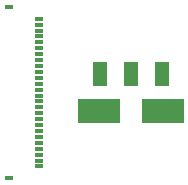
<source format=gbp>
G04*
G04 #@! TF.GenerationSoftware,Altium Limited,Altium Designer,23.10.1 (27)*
G04*
G04 Layer_Color=128*
%FSLAX25Y25*%
%MOIN*%
G70*
G04*
G04 #@! TF.SameCoordinates,C1A9210B-CA7C-4178-8FF3-1732785E61EF*
G04*
G04*
G04 #@! TF.FilePolarity,Positive*
G04*
G01*
G75*
%ADD12R,0.14173X0.07874*%
%ADD15R,0.03150X0.01181*%
%ADD16R,0.03150X0.01575*%
%ADD17R,0.05118X0.07874*%
D12*
X-10630Y-6299D02*
D03*
X10630D02*
D03*
D15*
X-30709Y-22638D02*
D03*
Y-20669D02*
D03*
Y-18701D02*
D03*
Y-14764D02*
D03*
Y-12795D02*
D03*
Y-10827D02*
D03*
Y-6890D02*
D03*
Y-4921D02*
D03*
Y-2953D02*
D03*
Y-984D02*
D03*
Y984D02*
D03*
Y2953D02*
D03*
Y4921D02*
D03*
Y6890D02*
D03*
Y10827D02*
D03*
Y12795D02*
D03*
Y14764D02*
D03*
Y18701D02*
D03*
Y20669D02*
D03*
Y22638D02*
D03*
Y-24606D02*
D03*
Y-16732D02*
D03*
Y-8858D02*
D03*
Y8858D02*
D03*
Y16732D02*
D03*
Y24606D02*
D03*
D16*
X-40551Y-28543D02*
D03*
Y28543D02*
D03*
D17*
X10236Y6299D02*
D03*
X-10236D02*
D03*
X0D02*
D03*
M02*

</source>
